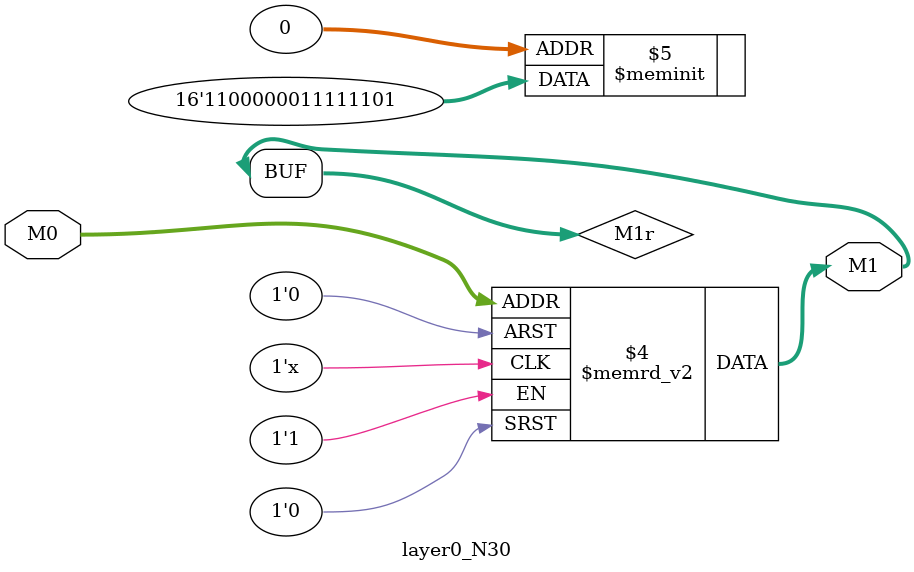
<source format=v>
module layer0_N30 ( input [2:0] M0, output [1:0] M1 );

	(*rom_style = "distributed" *) reg [1:0] M1r;
	assign M1 = M1r;
	always @ (M0) begin
		case (M0)
			3'b000: M1r = 2'b01;
			3'b100: M1r = 2'b00;
			3'b010: M1r = 2'b11;
			3'b110: M1r = 2'b00;
			3'b001: M1r = 2'b11;
			3'b101: M1r = 2'b00;
			3'b011: M1r = 2'b11;
			3'b111: M1r = 2'b11;

		endcase
	end
endmodule

</source>
